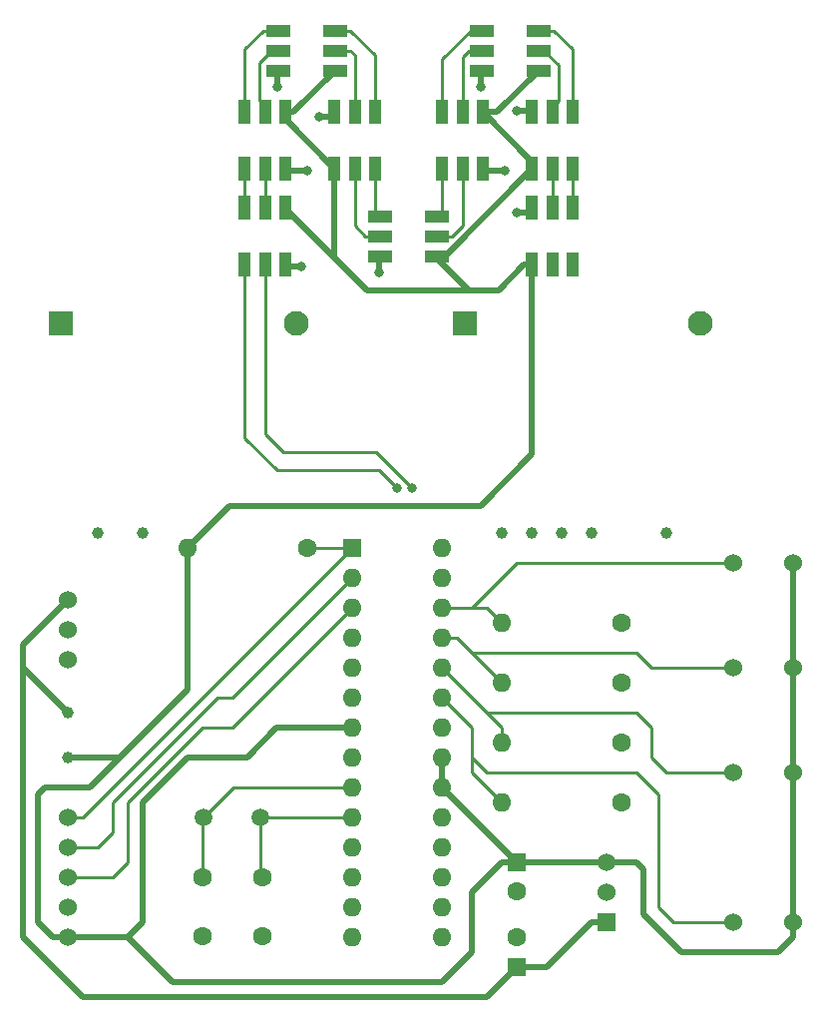
<source format=gbr>
%TF.GenerationSoftware,KiCad,Pcbnew,(6.0.7)*%
%TF.CreationDate,2022-08-10T19:12:11+02:00*%
%TF.ProjectId,MAKE_PCB,4d414b45-5f50-4434-922e-6b696361645f,rev?*%
%TF.SameCoordinates,Original*%
%TF.FileFunction,Copper,L1,Top*%
%TF.FilePolarity,Positive*%
%FSLAX46Y46*%
G04 Gerber Fmt 4.6, Leading zero omitted, Abs format (unit mm)*
G04 Created by KiCad (PCBNEW (6.0.7)) date 2022-08-10 19:12:11*
%MOMM*%
%LPD*%
G01*
G04 APERTURE LIST*
%TA.AperFunction,ComponentPad*%
%ADD10C,1.000000*%
%TD*%
%TA.AperFunction,ComponentPad*%
%ADD11C,2.100000*%
%TD*%
%TA.AperFunction,ComponentPad*%
%ADD12R,2.100000X2.100000*%
%TD*%
%TA.AperFunction,SMDPad,CuDef*%
%ADD13R,1.100000X2.000000*%
%TD*%
%TA.AperFunction,SMDPad,CuDef*%
%ADD14R,2.000000X1.100000*%
%TD*%
%TA.AperFunction,ComponentPad*%
%ADD15R,1.524000X1.524000*%
%TD*%
%TA.AperFunction,ComponentPad*%
%ADD16C,1.524000*%
%TD*%
%TA.AperFunction,ComponentPad*%
%ADD17C,1.600000*%
%TD*%
%TA.AperFunction,ComponentPad*%
%ADD18R,1.600000X1.600000*%
%TD*%
%TA.AperFunction,ComponentPad*%
%ADD19O,1.600000X1.600000*%
%TD*%
%TA.AperFunction,ComponentPad*%
%ADD20C,1.500000*%
%TD*%
%TA.AperFunction,ViaPad*%
%ADD21C,0.800000*%
%TD*%
%TA.AperFunction,Conductor*%
%ADD22C,0.500000*%
%TD*%
%TA.AperFunction,Conductor*%
%ADD23C,0.250000*%
%TD*%
G04 APERTURE END LIST*
D10*
%TO.P,5V,1,1*%
%TO.N,Net-(ATmega168V-10PI1-Pad20)*%
X30480000Y-167640000D03*
%TD*%
%TO.P,Fancy,1,1*%
%TO.N,Net-(ATmega168V-10PI1-Pad23)*%
X74930000Y-148590000D03*
%TD*%
%TO.P,GND,1,1*%
%TO.N,Net-(ATmega168V-10PI1-Pad22)*%
X81280000Y-148590000D03*
%TD*%
%TO.P,B,1,1*%
%TO.N,Net-(ATmega168V-10PI1-Pad24)*%
X72390000Y-148590000D03*
%TD*%
%TO.P,R,1,1*%
%TO.N,Net-(R6-Pad1)*%
X67310000Y-148590000D03*
%TD*%
%TO.P,DI,1,1*%
%TO.N,Net-(ATmega168V-10PI1-Pad17)*%
X36830000Y-148590000D03*
%TD*%
%TO.P,CI,1,1*%
%TO.N,Net-(ATmega168V-10PI1-Pad19)*%
X33020000Y-148590000D03*
%TD*%
%TO.P,G,1,1*%
%TO.N,Net-(G1-Pad1)*%
X69850000Y-148590000D03*
%TD*%
%TO.P,6V,1,1*%
%TO.N,Net-(C1-Pad1)*%
X30480000Y-163830000D03*
%TD*%
D11*
%TO.P,CR2450_2,2,-*%
%TO.N,Net-(CR2450_1-Pad1)*%
X49890914Y-130810000D03*
D12*
%TO.P,CR2450_2,1,+*%
%TO.N,Net-(CR2450_2-Pad1)*%
X29890914Y-130810000D03*
%TD*%
D13*
%TO.P,D9,1,DI*%
%TO.N,Net-(D8-Pad6)*%
X73328000Y-121044000D03*
%TO.P,D9,2,CI*%
%TO.N,Net-(D8-Pad5)*%
X71628000Y-121044000D03*
%TO.P,D9,3,GND*%
%TO.N,Net-(ATmega168V-10PI1-Pad22)*%
X69928000Y-121044000D03*
%TO.P,D9,4,VCC*%
%TO.N,Net-(ATmega168V-10PI1-Pad20)*%
X69928000Y-125844000D03*
%TO.P,D9,5,CO*%
%TO.N,unconnected-(D9-Pad5)*%
X71628000Y-125844000D03*
%TO.P,D9,6,DO*%
%TO.N,unconnected-(D9-Pad6)*%
X73328000Y-125844000D03*
%TD*%
%TO.P,D8,1,DI*%
%TO.N,Net-(D7-Pad6)*%
X73328000Y-112916000D03*
%TO.P,D8,2,CI*%
%TO.N,Net-(D7-Pad5)*%
X71628000Y-112916000D03*
%TO.P,D8,3,GND*%
%TO.N,Net-(ATmega168V-10PI1-Pad22)*%
X69928000Y-112916000D03*
%TO.P,D8,4,VCC*%
%TO.N,Net-(ATmega168V-10PI1-Pad20)*%
X69928000Y-117716000D03*
%TO.P,D8,5,CO*%
%TO.N,Net-(D8-Pad5)*%
X71628000Y-117716000D03*
%TO.P,D8,6,DO*%
%TO.N,Net-(D8-Pad6)*%
X73328000Y-117716000D03*
%TD*%
D14*
%TO.P,D7,6,DO*%
%TO.N,Net-(D7-Pad6)*%
X70472000Y-105996000D03*
%TO.P,D7,5,CO*%
%TO.N,Net-(D7-Pad5)*%
X70472000Y-107696000D03*
%TO.P,D7,4,VCC*%
%TO.N,Net-(ATmega168V-10PI1-Pad20)*%
X70472000Y-109396000D03*
%TO.P,D7,3,GND*%
%TO.N,Net-(ATmega168V-10PI1-Pad22)*%
X65672000Y-109396000D03*
%TO.P,D7,2,CI*%
%TO.N,Net-(D6-Pad5)*%
X65672000Y-107696000D03*
%TO.P,D7,1,DI*%
%TO.N,Net-(D6-Pad6)*%
X65672000Y-105996000D03*
%TD*%
D13*
%TO.P,D6,1,DI*%
%TO.N,Net-(D5-Pad6)*%
X62308000Y-117716000D03*
%TO.P,D6,2,CI*%
%TO.N,Net-(D5-Pad5)*%
X64008000Y-117716000D03*
%TO.P,D6,3,GND*%
%TO.N,Net-(ATmega168V-10PI1-Pad22)*%
X65708000Y-117716000D03*
%TO.P,D6,4,VCC*%
%TO.N,Net-(ATmega168V-10PI1-Pad20)*%
X65708000Y-112916000D03*
%TO.P,D6,5,CO*%
%TO.N,Net-(D6-Pad5)*%
X64008000Y-112916000D03*
%TO.P,D6,6,DO*%
%TO.N,Net-(D6-Pad6)*%
X62308000Y-112916000D03*
%TD*%
%TO.P,D2,6,DO*%
%TO.N,Net-(D2-Pad6)*%
X45544000Y-112916000D03*
%TO.P,D2,5,CO*%
%TO.N,Net-(D2-Pad5)*%
X47244000Y-112916000D03*
%TO.P,D2,4,VCC*%
%TO.N,Net-(ATmega168V-10PI1-Pad20)*%
X48944000Y-112916000D03*
%TO.P,D2,3,GND*%
%TO.N,Net-(ATmega168V-10PI1-Pad22)*%
X48944000Y-117716000D03*
%TO.P,D2,2,CI*%
%TO.N,Net-(D1-Pad5)*%
X47244000Y-117716000D03*
%TO.P,D2,1,DI*%
%TO.N,Net-(D1-Pad6)*%
X45544000Y-117716000D03*
%TD*%
D15*
%TO.P,L7805CV1,1,IN*%
%TO.N,Net-(C1-Pad1)*%
X76200000Y-181610000D03*
D16*
%TO.P,L7805CV1,2,GND*%
%TO.N,Net-(ATmega168V-10PI1-Pad22)*%
X76200000Y-179070000D03*
%TO.P,L7805CV1,3,OUT*%
%TO.N,Net-(ATmega168V-10PI1-Pad20)*%
X76200000Y-176530000D03*
%TD*%
D14*
%TO.P,D3,6,DO*%
%TO.N,Net-(D3-Pad6)*%
X53200000Y-105996000D03*
%TO.P,D3,5,CO*%
%TO.N,Net-(D3-Pad5)*%
X53200000Y-107696000D03*
%TO.P,D3,4,VCC*%
%TO.N,Net-(ATmega168V-10PI1-Pad20)*%
X53200000Y-109396000D03*
%TO.P,D3,3,GND*%
%TO.N,Net-(ATmega168V-10PI1-Pad22)*%
X48400000Y-109396000D03*
%TO.P,D3,2,CI*%
%TO.N,Net-(D2-Pad5)*%
X48400000Y-107696000D03*
%TO.P,D3,1,DI*%
%TO.N,Net-(D2-Pad6)*%
X48400000Y-105996000D03*
%TD*%
D17*
%TO.P,C3,1*%
%TO.N,Net-(ATmega168V-10PI1-Pad10)*%
X46990000Y-177840000D03*
%TO.P,C3,2*%
%TO.N,Net-(ATmega168V-10PI1-Pad22)*%
X46990000Y-182840000D03*
%TD*%
%TO.P,C4,1*%
%TO.N,Net-(ATmega168V-10PI1-Pad9)*%
X41910000Y-177840000D03*
%TO.P,C4,2*%
%TO.N,Net-(ATmega168V-10PI1-Pad22)*%
X41910000Y-182840000D03*
%TD*%
D13*
%TO.P,D1,6,DO*%
%TO.N,Net-(D1-Pad6)*%
X45544000Y-121044000D03*
%TO.P,D1,5,CO*%
%TO.N,Net-(D1-Pad5)*%
X47244000Y-121044000D03*
%TO.P,D1,4,VCC*%
%TO.N,Net-(ATmega168V-10PI1-Pad20)*%
X48944000Y-121044000D03*
%TO.P,D1,3,GND*%
%TO.N,Net-(ATmega168V-10PI1-Pad22)*%
X48944000Y-125844000D03*
%TO.P,D1,2,CI*%
%TO.N,Net-(ATmega168V-10PI1-Pad19)*%
X47244000Y-125844000D03*
%TO.P,D1,1,DI*%
%TO.N,Net-(ATmega168V-10PI1-Pad17)*%
X45544000Y-125844000D03*
%TD*%
D16*
%TO.P,Button1,1,1*%
%TO.N,Net-(R6-Pad1)*%
X86995000Y-151130000D03*
%TO.P,Button1,2,2*%
%TO.N,Net-(ATmega168V-10PI1-Pad20)*%
X92075000Y-151130000D03*
%TD*%
%TO.P,ProgramingPins,1,Pin_1*%
%TO.N,Net-(ATmega168V-10PI1-Pad20)*%
X30480000Y-182880000D03*
%TO.P,ProgramingPins,2,Pin_2*%
%TO.N,Net-(ATmega168V-10PI1-Pad22)*%
X30480000Y-180340000D03*
%TO.P,ProgramingPins,3,Pin_3*%
%TO.N,Net-(ATmega168V-10PI1-Pad3)*%
X30480000Y-177800000D03*
%TO.P,ProgramingPins,4,Pin_4*%
%TO.N,Net-(ATmega168V-10PI1-Pad2)*%
X30480000Y-175260000D03*
%TO.P,ProgramingPins,5,Pin_5*%
%TO.N,Net-(ATmega168V-10PI1-Pad1)*%
X30480000Y-172720000D03*
%TD*%
D18*
%TO.P,C2,1*%
%TO.N,Net-(ATmega168V-10PI1-Pad20)*%
X68580000Y-176530000D03*
D17*
%TO.P,C2,2*%
%TO.N,Net-(ATmega168V-10PI1-Pad22)*%
X68580000Y-179030000D03*
%TD*%
D16*
%TO.P,POWER,1,1*%
%TO.N,Net-(C1-Pad1)*%
X30480000Y-154305000D03*
%TO.P,POWER,2,2*%
%TO.N,Net-(CR2450_2-Pad1)*%
X30480000Y-156845000D03*
%TO.P,POWER,3,3*%
%TO.N,unconnected-(POWER1-Pad3)*%
X30480000Y-159385000D03*
%TD*%
D17*
%TO.P,R2,1*%
%TO.N,Net-(ATmega168V-10PI1-Pad22)*%
X77470000Y-161290000D03*
D19*
%TO.P,R2,2*%
%TO.N,Net-(G1-Pad1)*%
X67310000Y-161290000D03*
%TD*%
D18*
%TO.P,ATmega-XXXX-X,1,~{RESET}/PC6*%
%TO.N,Net-(ATmega168V-10PI1-Pad1)*%
X54620000Y-149870000D03*
D19*
%TO.P,ATmega-XXXX-X,2,PD0*%
%TO.N,Net-(ATmega168V-10PI1-Pad2)*%
X54620000Y-152410000D03*
%TO.P,ATmega-XXXX-X,3,PD1*%
%TO.N,Net-(ATmega168V-10PI1-Pad3)*%
X54620000Y-154950000D03*
%TO.P,ATmega-XXXX-X,4,PD2*%
%TO.N,unconnected-(ATmega168V-10PI1-Pad4)*%
X54620000Y-157490000D03*
%TO.P,ATmega-XXXX-X,5,PD3*%
%TO.N,unconnected-(ATmega168V-10PI1-Pad5)*%
X54620000Y-160030000D03*
%TO.P,ATmega-XXXX-X,6,PD4*%
%TO.N,unconnected-(ATmega168V-10PI1-Pad6)*%
X54620000Y-162570000D03*
%TO.P,ATmega-XXXX-X,7,VCC*%
%TO.N,Net-(ATmega168V-10PI1-Pad20)*%
X54620000Y-165110000D03*
%TO.P,ATmega-XXXX-X,8,GND*%
%TO.N,Net-(ATmega168V-10PI1-Pad22)*%
X54620000Y-167650000D03*
%TO.P,ATmega-XXXX-X,9,XTAL1/PB6*%
%TO.N,Net-(ATmega168V-10PI1-Pad9)*%
X54620000Y-170190000D03*
%TO.P,ATmega-XXXX-X,10,XTAL2/PB7*%
%TO.N,Net-(ATmega168V-10PI1-Pad10)*%
X54620000Y-172730000D03*
%TO.P,ATmega-XXXX-X,11,PD5*%
%TO.N,unconnected-(ATmega168V-10PI1-Pad11)*%
X54620000Y-175270000D03*
%TO.P,ATmega-XXXX-X,12,PD6*%
%TO.N,unconnected-(ATmega168V-10PI1-Pad12)*%
X54620000Y-177810000D03*
%TO.P,ATmega-XXXX-X,13,PD7*%
%TO.N,unconnected-(ATmega168V-10PI1-Pad13)*%
X54620000Y-180350000D03*
%TO.P,ATmega-XXXX-X,14,PB0*%
%TO.N,unconnected-(ATmega168V-10PI1-Pad14)*%
X54620000Y-182890000D03*
%TO.P,ATmega-XXXX-X,15,PB1*%
%TO.N,unconnected-(ATmega168V-10PI1-Pad15)*%
X62240000Y-182890000D03*
%TO.P,ATmega-XXXX-X,16,PB2*%
%TO.N,unconnected-(ATmega168V-10PI1-Pad16)*%
X62240000Y-180350000D03*
%TO.P,ATmega-XXXX-X,17,PB3*%
%TO.N,Net-(ATmega168V-10PI1-Pad17)*%
X62240000Y-177810000D03*
%TO.P,ATmega-XXXX-X,18,PB4*%
%TO.N,unconnected-(ATmega168V-10PI1-Pad18)*%
X62240000Y-175270000D03*
%TO.P,ATmega-XXXX-X,19,PB5*%
%TO.N,Net-(ATmega168V-10PI1-Pad19)*%
X62240000Y-172730000D03*
%TO.P,ATmega-XXXX-X,20,AVCC*%
%TO.N,Net-(ATmega168V-10PI1-Pad20)*%
X62240000Y-170190000D03*
%TO.P,ATmega-XXXX-X,21,AREF*%
X62240000Y-167650000D03*
%TO.P,ATmega-XXXX-X,22,GND*%
%TO.N,Net-(ATmega168V-10PI1-Pad22)*%
X62240000Y-165110000D03*
%TO.P,ATmega-XXXX-X,23,PC0*%
%TO.N,Net-(ATmega168V-10PI1-Pad23)*%
X62240000Y-162570000D03*
%TO.P,ATmega-XXXX-X,24,PC1*%
%TO.N,Net-(ATmega168V-10PI1-Pad24)*%
X62240000Y-160030000D03*
%TO.P,ATmega-XXXX-X,25,PC2*%
%TO.N,Net-(G1-Pad1)*%
X62240000Y-157490000D03*
%TO.P,ATmega-XXXX-X,26,PC3*%
%TO.N,Net-(R6-Pad1)*%
X62240000Y-154950000D03*
%TO.P,ATmega-XXXX-X,27,PC4*%
%TO.N,unconnected-(ATmega168V-10PI1-Pad27)*%
X62240000Y-152410000D03*
%TO.P,ATmega-XXXX-X,28,PC5*%
%TO.N,unconnected-(ATmega168V-10PI1-Pad28)*%
X62240000Y-149870000D03*
%TD*%
D14*
%TO.P,D5,1,DI*%
%TO.N,Net-(D4-Pad6)*%
X57036000Y-121744000D03*
%TO.P,D5,2,CI*%
%TO.N,Net-(D4-Pad5)*%
X57036000Y-123444000D03*
%TO.P,D5,3,GND*%
%TO.N,Net-(ATmega168V-10PI1-Pad22)*%
X57036000Y-125144000D03*
%TO.P,D5,4,VCC*%
%TO.N,Net-(ATmega168V-10PI1-Pad20)*%
X61836000Y-125144000D03*
%TO.P,D5,5,CO*%
%TO.N,Net-(D5-Pad5)*%
X61836000Y-123444000D03*
%TO.P,D5,6,DO*%
%TO.N,Net-(D5-Pad6)*%
X61836000Y-121744000D03*
%TD*%
D16*
%TO.P,Button4,1,1*%
%TO.N,Net-(ATmega168V-10PI1-Pad23)*%
X86995000Y-181610000D03*
%TO.P,Button4,2,2*%
%TO.N,Net-(ATmega168V-10PI1-Pad20)*%
X92075000Y-181610000D03*
%TD*%
D17*
%TO.P,R5,1*%
%TO.N,Net-(ATmega168V-10PI1-Pad1)*%
X50800000Y-149860000D03*
D19*
%TO.P,R5,2*%
%TO.N,Net-(ATmega168V-10PI1-Pad20)*%
X40640000Y-149860000D03*
%TD*%
D17*
%TO.P,R1,1*%
%TO.N,Net-(ATmega168V-10PI1-Pad22)*%
X77470000Y-156210000D03*
D19*
%TO.P,R1,2*%
%TO.N,Net-(R6-Pad1)*%
X67310000Y-156210000D03*
%TD*%
D16*
%TO.P,Button2,1,1*%
%TO.N,Net-(G1-Pad1)*%
X86995000Y-160020000D03*
%TO.P,Button2,2,2*%
%TO.N,Net-(ATmega168V-10PI1-Pad20)*%
X92075000Y-160020000D03*
%TD*%
D20*
%TO.P,Crystal,1,1*%
%TO.N,Net-(ATmega168V-10PI1-Pad9)*%
X42000000Y-172720000D03*
%TO.P,Crystal,2,2*%
%TO.N,Net-(ATmega168V-10PI1-Pad10)*%
X46880000Y-172720000D03*
%TD*%
D16*
%TO.P,Button3,1,1*%
%TO.N,Net-(ATmega168V-10PI1-Pad24)*%
X86995000Y-168910000D03*
%TO.P,Button3,2,2*%
%TO.N,Net-(ATmega168V-10PI1-Pad20)*%
X92075000Y-168910000D03*
%TD*%
D17*
%TO.P,R4,1*%
%TO.N,Net-(ATmega168V-10PI1-Pad22)*%
X77470000Y-171450000D03*
D19*
%TO.P,R4,2*%
%TO.N,Net-(ATmega168V-10PI1-Pad23)*%
X67310000Y-171450000D03*
%TD*%
D13*
%TO.P,D4,1,DI*%
%TO.N,Net-(D3-Pad6)*%
X56564000Y-112916000D03*
%TO.P,D4,2,CI*%
%TO.N,Net-(D3-Pad5)*%
X54864000Y-112916000D03*
%TO.P,D4,3,GND*%
%TO.N,Net-(ATmega168V-10PI1-Pad22)*%
X53164000Y-112916000D03*
%TO.P,D4,4,VCC*%
%TO.N,Net-(ATmega168V-10PI1-Pad20)*%
X53164000Y-117716000D03*
%TO.P,D4,5,CO*%
%TO.N,Net-(D4-Pad5)*%
X54864000Y-117716000D03*
%TO.P,D4,6,DO*%
%TO.N,Net-(D4-Pad6)*%
X56564000Y-117716000D03*
%TD*%
D18*
%TO.P,C1,1*%
%TO.N,Net-(C1-Pad1)*%
X68580000Y-185420000D03*
D17*
%TO.P,C1,2*%
%TO.N,Net-(ATmega168V-10PI1-Pad22)*%
X68580000Y-182920000D03*
%TD*%
%TO.P,R3,1*%
%TO.N,Net-(ATmega168V-10PI1-Pad22)*%
X77470000Y-166370000D03*
D19*
%TO.P,R3,2*%
%TO.N,Net-(ATmega168V-10PI1-Pad24)*%
X67310000Y-166370000D03*
%TD*%
D12*
%TO.P,CR2450_1,1,+*%
%TO.N,Net-(CR2450_1-Pad1)*%
X64180914Y-130810000D03*
D11*
%TO.P,CR2450_1,2,-*%
%TO.N,Net-(ATmega168V-10PI1-Pad22)*%
X84180914Y-130810000D03*
%TD*%
D21*
%TO.N,Net-(ATmega168V-10PI1-Pad17)*%
X58420000Y-144780000D03*
%TO.N,Net-(ATmega168V-10PI1-Pad19)*%
X59690000Y-144780000D03*
%TO.N,Net-(ATmega168V-10PI1-Pad22)*%
X48260000Y-110744000D03*
X51816000Y-113284000D03*
X50800000Y-117856000D03*
X50292000Y-125984000D03*
X56896000Y-126492000D03*
X67564000Y-117856000D03*
X65532000Y-110744000D03*
X68580000Y-112776000D03*
X68580000Y-121412000D03*
%TD*%
D22*
%TO.N,Net-(ATmega168V-10PI1-Pad20)*%
X34925000Y-167640000D02*
X30480000Y-167640000D01*
X35242500Y-167322500D02*
X34925000Y-167640000D01*
X35242500Y-167322500D02*
X32385000Y-170180000D01*
X40640000Y-161925000D02*
X35242500Y-167322500D01*
%TO.N,Net-(C1-Pad1)*%
X26670000Y-160020000D02*
X30480000Y-163830000D01*
X26670000Y-160020000D02*
X26670000Y-158115000D01*
X26670000Y-164846000D02*
X26670000Y-160020000D01*
%TO.N,Net-(ATmega168V-10PI1-Pad20)*%
X28575000Y-170180000D02*
X32385000Y-170180000D01*
%TO.N,Net-(C1-Pad1)*%
X26670000Y-181610000D02*
X26670000Y-164846000D01*
D23*
%TO.N,Net-(ATmega168V-10PI1-Pad17)*%
X56896000Y-143256000D02*
X58420000Y-144780000D01*
X48260000Y-143256000D02*
X56896000Y-143256000D01*
X45544000Y-140540000D02*
X48260000Y-143256000D01*
X45544000Y-125844000D02*
X45544000Y-140540000D01*
%TO.N,Net-(ATmega168V-10PI1-Pad19)*%
X59690000Y-144780000D02*
X56642000Y-141732000D01*
X48768000Y-141732000D02*
X47244000Y-140208000D01*
X56642000Y-141732000D02*
X48768000Y-141732000D01*
X47244000Y-125844000D02*
X47244000Y-140208000D01*
D22*
%TO.N,Net-(ATmega168V-10PI1-Pad22)*%
X65532000Y-109536000D02*
X65672000Y-109396000D01*
X65532000Y-110744000D02*
X65532000Y-109536000D01*
X69788000Y-112776000D02*
X69928000Y-112916000D01*
X68580000Y-112776000D02*
X69788000Y-112776000D01*
X65848000Y-117856000D02*
X65708000Y-117716000D01*
X67564000Y-117856000D02*
X65848000Y-117856000D01*
X69560000Y-121412000D02*
X69928000Y-121044000D01*
X68580000Y-121412000D02*
X69560000Y-121412000D01*
X56896000Y-126492000D02*
X56896000Y-125284000D01*
X56896000Y-125284000D02*
X57036000Y-125144000D01*
X48260000Y-109536000D02*
X48400000Y-109396000D01*
X48260000Y-110744000D02*
X48260000Y-109536000D01*
X52796000Y-113284000D02*
X53164000Y-112916000D01*
X51816000Y-113284000D02*
X52796000Y-113284000D01*
X49084000Y-117856000D02*
X48944000Y-117716000D01*
X50800000Y-117856000D02*
X49084000Y-117856000D01*
X49084000Y-125984000D02*
X48944000Y-125844000D01*
X50292000Y-125984000D02*
X49084000Y-125984000D01*
%TO.N,Net-(ATmega168V-10PI1-Pad20)*%
X69228000Y-125844000D02*
X67056000Y-128016000D01*
X67056000Y-128016000D02*
X64516000Y-128016000D01*
X69928000Y-125844000D02*
X69228000Y-125844000D01*
X66952000Y-112916000D02*
X70472000Y-109396000D01*
X65708000Y-112916000D02*
X66952000Y-112916000D01*
X69928000Y-117136000D02*
X65708000Y-112916000D01*
X69928000Y-117716000D02*
X69928000Y-117136000D01*
X61836000Y-125144000D02*
X62500000Y-125144000D01*
X62500000Y-125144000D02*
X69928000Y-117716000D01*
X61836000Y-125336000D02*
X61836000Y-125144000D01*
X55880000Y-128016000D02*
X64516000Y-128016000D01*
X64516000Y-128016000D02*
X61836000Y-125336000D01*
X53086000Y-125222000D02*
X55880000Y-128016000D01*
X49680000Y-112916000D02*
X53200000Y-109396000D01*
X48944000Y-112916000D02*
X49680000Y-112916000D01*
X48944000Y-113496000D02*
X48944000Y-112916000D01*
X53164000Y-117716000D02*
X48944000Y-113496000D01*
X53086000Y-125222000D02*
X53164000Y-125144000D01*
X53086000Y-125222000D02*
X48944000Y-121080000D01*
X53164000Y-125144000D02*
X53164000Y-117716000D01*
X48944000Y-121080000D02*
X48944000Y-121044000D01*
X69928000Y-128856000D02*
X69928000Y-125844000D01*
X69928000Y-141908000D02*
X69928000Y-128856000D01*
X65532000Y-146304000D02*
X69928000Y-141908000D01*
X44196000Y-146304000D02*
X65532000Y-146304000D01*
X40640000Y-149860000D02*
X44196000Y-146304000D01*
D23*
%TO.N,Net-(D5-Pad5)*%
X63086000Y-123444000D02*
X61836000Y-123444000D01*
X64008000Y-122522000D02*
X63086000Y-123444000D01*
X64008000Y-117716000D02*
X64008000Y-122522000D01*
%TO.N,Net-(D5-Pad6)*%
X62308000Y-121272000D02*
X61836000Y-121744000D01*
X62308000Y-117716000D02*
X62308000Y-121272000D01*
%TO.N,Net-(D4-Pad6)*%
X56564000Y-121272000D02*
X57036000Y-121744000D01*
X56564000Y-117716000D02*
X56564000Y-121272000D01*
%TO.N,Net-(D4-Pad5)*%
X54864000Y-122522000D02*
X55786000Y-123444000D01*
X54864000Y-117716000D02*
X54864000Y-122522000D01*
X55786000Y-123444000D02*
X57036000Y-123444000D01*
%TO.N,Net-(D8-Pad6)*%
X73328000Y-121044000D02*
X73328000Y-117716000D01*
%TO.N,Net-(D8-Pad5)*%
X71628000Y-121044000D02*
X71628000Y-117716000D01*
%TO.N,Net-(D1-Pad5)*%
X47244000Y-121044000D02*
X47244000Y-117716000D01*
%TO.N,Net-(D1-Pad6)*%
X45544000Y-121044000D02*
X45544000Y-117716000D01*
%TO.N,Net-(D6-Pad5)*%
X64516000Y-107696000D02*
X65672000Y-107696000D01*
X64008000Y-108204000D02*
X64516000Y-107696000D01*
X64008000Y-112916000D02*
X64008000Y-108204000D01*
%TO.N,Net-(D6-Pad6)*%
X64692000Y-105996000D02*
X65672000Y-105996000D01*
X62308000Y-108380000D02*
X64692000Y-105996000D01*
X62308000Y-112916000D02*
X62308000Y-108380000D01*
%TO.N,Net-(D7-Pad5)*%
X72136000Y-108910000D02*
X70922000Y-107696000D01*
X72136000Y-111958000D02*
X72136000Y-108910000D01*
X71628000Y-112466000D02*
X72136000Y-111958000D01*
X70922000Y-107696000D02*
X70472000Y-107696000D01*
X71628000Y-112916000D02*
X71628000Y-112466000D01*
%TO.N,Net-(D3-Pad5)*%
X54450000Y-107696000D02*
X53200000Y-107696000D01*
X54864000Y-108110000D02*
X54450000Y-107696000D01*
X54864000Y-112916000D02*
X54864000Y-108110000D01*
%TO.N,Net-(D3-Pad6)*%
X54450000Y-105996000D02*
X53200000Y-105996000D01*
X56564000Y-108110000D02*
X54450000Y-105996000D01*
X56564000Y-112916000D02*
X56564000Y-108110000D01*
%TO.N,Net-(D7-Pad6)*%
X73328000Y-107602000D02*
X71722000Y-105996000D01*
X71722000Y-105996000D02*
X70472000Y-105996000D01*
X73328000Y-112916000D02*
X73328000Y-107602000D01*
%TO.N,Net-(D2-Pad5)*%
X47752000Y-107696000D02*
X48400000Y-107696000D01*
X46736000Y-108712000D02*
X47752000Y-107696000D01*
X46736000Y-111958000D02*
X46736000Y-108712000D01*
X47244000Y-112466000D02*
X46736000Y-111958000D01*
X47244000Y-112916000D02*
X47244000Y-112466000D01*
%TO.N,Net-(D2-Pad6)*%
X47150000Y-105996000D02*
X48400000Y-105996000D01*
X45544000Y-107602000D02*
X47150000Y-105996000D01*
X45544000Y-112916000D02*
X45544000Y-107602000D01*
%TO.N,Net-(ATmega168V-10PI1-Pad1)*%
X54610000Y-149860000D02*
X54620000Y-149870000D01*
X30480000Y-172720000D02*
X31770000Y-172720000D01*
X54620000Y-149870000D02*
X50810000Y-149870000D01*
X31770000Y-172720000D02*
X54620000Y-149870000D01*
X50810000Y-149870000D02*
X50800000Y-149860000D01*
%TO.N,Net-(ATmega168V-10PI1-Pad2)*%
X34290000Y-171450000D02*
X34290000Y-173990000D01*
X43180000Y-162560000D02*
X44450000Y-162560000D01*
X44450000Y-162560000D02*
X54610000Y-152400000D01*
X34290000Y-173990000D02*
X33020000Y-175260000D01*
X43180000Y-162560000D02*
X34290000Y-171450000D01*
X54610000Y-152400000D02*
X54620000Y-152410000D01*
X33020000Y-175260000D02*
X30480000Y-175260000D01*
%TO.N,Net-(ATmega168V-10PI1-Pad3)*%
X35560000Y-171450000D02*
X35560000Y-176530000D01*
X41910000Y-165100000D02*
X44450000Y-165100000D01*
X34290000Y-177800000D02*
X30480000Y-177800000D01*
X41910000Y-165100000D02*
X35560000Y-171450000D01*
X44450000Y-165100000D02*
X54610000Y-154940000D01*
X54610000Y-154940000D02*
X54620000Y-154950000D01*
X35560000Y-176530000D02*
X34290000Y-177800000D01*
D22*
%TO.N,Net-(ATmega168V-10PI1-Pad20)*%
X67310000Y-176530000D02*
X68580000Y-176530000D01*
X68580000Y-176530000D02*
X76200000Y-176530000D01*
X78740000Y-176530000D02*
X79375000Y-177165000D01*
X36830000Y-171450000D02*
X40640000Y-167640000D01*
X40640000Y-161925000D02*
X40640000Y-149860000D01*
X40640000Y-167640000D02*
X45720000Y-167640000D01*
X27940000Y-181610000D02*
X27940000Y-170815000D01*
X39370000Y-186690000D02*
X62230000Y-186690000D01*
X82550000Y-184150000D02*
X90805000Y-184150000D01*
X48250000Y-165110000D02*
X54620000Y-165110000D01*
X35560000Y-182880000D02*
X39370000Y-186690000D01*
X64770000Y-179070000D02*
X67310000Y-176530000D01*
X64770000Y-184150000D02*
X64770000Y-179070000D01*
D23*
X54610000Y-165100000D02*
X54620000Y-165110000D01*
D22*
X92075000Y-160020000D02*
X92075000Y-168910000D01*
X62230000Y-186690000D02*
X64770000Y-184150000D01*
X92075000Y-182880000D02*
X92075000Y-181610000D01*
X30480000Y-182880000D02*
X29210000Y-182880000D01*
D23*
X80010000Y-181610000D02*
X79375000Y-180975000D01*
D22*
X90805000Y-184150000D02*
X92075000Y-182880000D01*
X76200000Y-176530000D02*
X78740000Y-176530000D01*
X62240000Y-167650000D02*
X62240000Y-170190000D01*
X45720000Y-167640000D02*
X48250000Y-165110000D01*
X68580000Y-176530000D02*
X62240000Y-170190000D01*
X36830000Y-181610000D02*
X36830000Y-171450000D01*
X27940000Y-170815000D02*
X28575000Y-170180000D01*
X29210000Y-182880000D02*
X27940000Y-181610000D01*
X36830000Y-181610000D02*
X35560000Y-182880000D01*
X79375000Y-180975000D02*
X82550000Y-184150000D01*
X92075000Y-181610000D02*
X92075000Y-168910000D01*
X79375000Y-180975000D02*
X79375000Y-177165000D01*
X92075000Y-160020000D02*
X92075000Y-151130000D01*
X35560000Y-182880000D02*
X30480000Y-182880000D01*
D23*
%TO.N,Net-(ATmega168V-10PI1-Pad9)*%
X49540000Y-170190000D02*
X49530000Y-170180000D01*
X42000000Y-172720000D02*
X44530000Y-170190000D01*
X41910000Y-177840000D02*
X41910000Y-172810000D01*
X44460000Y-170190000D02*
X54620000Y-170190000D01*
%TO.N,Net-(ATmega168V-10PI1-Pad10)*%
X54610000Y-172720000D02*
X54620000Y-172730000D01*
X54620000Y-172730000D02*
X46890000Y-172730000D01*
X46990000Y-172810000D02*
X47080000Y-172720000D01*
X46880000Y-172720000D02*
X46880000Y-177730000D01*
X51970000Y-172730000D02*
X51960000Y-172720000D01*
%TO.N,Net-(ATmega168V-10PI1-Pad23)*%
X64770000Y-168910000D02*
X67310000Y-171450000D01*
X86995000Y-181610000D02*
X81915000Y-181610000D01*
X64770000Y-167640000D02*
X64770000Y-168910000D01*
X81915000Y-181610000D02*
X80645000Y-180340000D01*
X66040000Y-168910000D02*
X64770000Y-167640000D01*
X62250000Y-162560000D02*
X62240000Y-162570000D01*
X64770000Y-165100000D02*
X64770000Y-167640000D01*
X78740000Y-168910000D02*
X66040000Y-168910000D01*
X62240000Y-162570000D02*
X64770000Y-165100000D01*
X80645000Y-180340000D02*
X80645000Y-170815000D01*
X80645000Y-170815000D02*
X78740000Y-168910000D01*
%TO.N,Net-(ATmega168V-10PI1-Pad24)*%
X81280000Y-168910000D02*
X86995000Y-168910000D01*
X62240000Y-160030000D02*
X66040000Y-163830000D01*
X80010000Y-165100000D02*
X78740000Y-163830000D01*
X80010000Y-167640000D02*
X80010000Y-165100000D01*
X66040000Y-163830000D02*
X67310000Y-165100000D01*
X81280000Y-168910000D02*
X80010000Y-167640000D01*
X78740000Y-163830000D02*
X66040000Y-163830000D01*
X62250000Y-160020000D02*
X62240000Y-160030000D01*
X67310000Y-165100000D02*
X67310000Y-166370000D01*
%TO.N,Net-(G1-Pad1)*%
X78740000Y-158750000D02*
X80010000Y-160020000D01*
X86995000Y-160020000D02*
X80010000Y-160020000D01*
X67310000Y-161290000D02*
X64770000Y-158750000D01*
X62240000Y-157490000D02*
X63510000Y-157490000D01*
X62250000Y-157480000D02*
X62240000Y-157490000D01*
X63510000Y-157490000D02*
X64770000Y-158750000D01*
X64770000Y-158750000D02*
X78740000Y-158750000D01*
%TO.N,Net-(R6-Pad1)*%
X62240000Y-154950000D02*
X64780000Y-154950000D01*
X68580000Y-151150000D02*
X68580000Y-151130000D01*
X66050000Y-154950000D02*
X67310000Y-156210000D01*
X64780000Y-154950000D02*
X68580000Y-151150000D01*
X64780000Y-154950000D02*
X66050000Y-154950000D01*
X86995000Y-151130000D02*
X68580000Y-151130000D01*
X62250000Y-154940000D02*
X62240000Y-154950000D01*
D22*
%TO.N,Net-(C1-Pad1)*%
X66040000Y-187960000D02*
X68580000Y-185420000D01*
D23*
X26670000Y-181610000D02*
X26670000Y-180340000D01*
D22*
X31750000Y-187960000D02*
X66040000Y-187960000D01*
D23*
X26670000Y-179070000D02*
X26670000Y-177800000D01*
D22*
X76200000Y-181610000D02*
X74930000Y-181610000D01*
X74930000Y-181610000D02*
X71120000Y-185420000D01*
X31750000Y-187960000D02*
X26670000Y-182880000D01*
X26670000Y-158115000D02*
X30480000Y-154305000D01*
X26670000Y-182880000D02*
X26670000Y-181610000D01*
X71120000Y-185420000D02*
X68580000Y-185420000D01*
D23*
X26670000Y-180340000D02*
X26670000Y-179070000D01*
%TD*%
M02*

</source>
